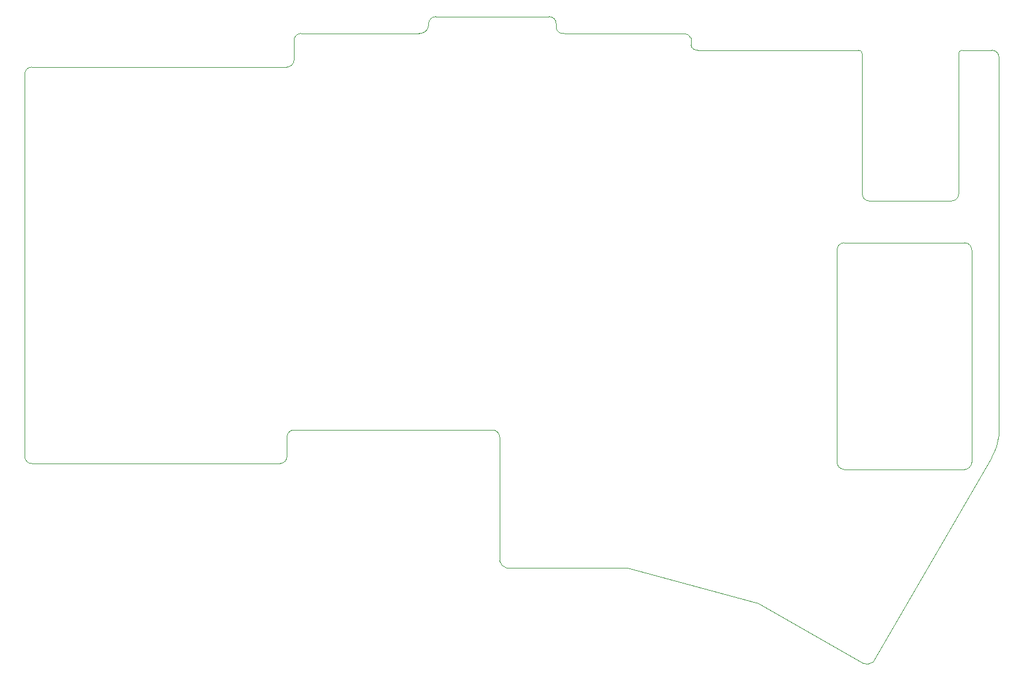
<source format=gm1>
%TF.GenerationSoftware,KiCad,Pcbnew,8.0.5*%
%TF.CreationDate,2024-10-09T02:00:45+03:00*%
%TF.ProjectId,1_3,315f332e-6b69-4636-9164-5f7063625858,rev?*%
%TF.SameCoordinates,Original*%
%TF.FileFunction,Profile,NP*%
%FSLAX46Y46*%
G04 Gerber Fmt 4.6, Leading zero omitted, Abs format (unit mm)*
G04 Created by KiCad (PCBNEW 8.0.5) date 2024-10-09 02:00:45*
%MOMM*%
%LPD*%
G01*
G04 APERTURE LIST*
%TA.AperFunction,Profile*%
%ADD10C,0.120000*%
%TD*%
G04 APERTURE END LIST*
D10*
X211963000Y-55616046D02*
X207800000Y-55616046D01*
X113500000Y-54240978D02*
G75*
G02*
X114500000Y-53241000I1000000J-22D01*
G01*
X211963012Y-55615978D02*
G75*
G02*
X213000036Y-56615977I-12J-1037722D01*
G01*
X112500000Y-112983849D02*
G75*
G02*
X111500000Y-113983900I-1000000J-51D01*
G01*
X111500000Y-113983849D02*
X76500000Y-113990978D01*
X170508049Y-55618933D02*
G75*
G02*
X169499966Y-54900007I-105049J918933D01*
G01*
X178980000Y-133700970D02*
X160600000Y-128740970D01*
X141500000Y-109240986D02*
G75*
G02*
X142500014Y-110240986I0J-1000014D01*
G01*
X132500000Y-51911251D02*
G75*
G02*
X133500000Y-50878748I1001900J30151D01*
G01*
X213000000Y-56615978D02*
X213000000Y-109982000D01*
X151648500Y-53258887D02*
X168500000Y-53258887D01*
X195200000Y-142016509D02*
G75*
G02*
X193799979Y-142200045I-845300J1016509D01*
G01*
X142500000Y-127700000D02*
X142500000Y-110240986D01*
X193800000Y-142200000D02*
X178980000Y-133700970D01*
X168500000Y-53258887D02*
G75*
G02*
X169500015Y-53899994I36200J-1044013D01*
G01*
X114500000Y-53240978D02*
X131163500Y-53247478D01*
X170508049Y-55618934D02*
X193200000Y-55616046D01*
X75500000Y-58990978D02*
G75*
G02*
X76500000Y-57991000I1000000J-22D01*
G01*
X211963000Y-113157000D02*
X195200000Y-142016509D01*
X112500000Y-110240903D02*
G75*
G02*
X113500000Y-109240900I1000100J-97D01*
G01*
X151648500Y-53258887D02*
G75*
G02*
X150500028Y-52511869I-200700J947787D01*
G01*
X75500000Y-112990978D02*
X75500000Y-58990978D01*
X143500000Y-128740708D02*
G75*
G02*
X142499994Y-127700002I401300J1386408D01*
G01*
X133500000Y-50878790D02*
X149500000Y-50881690D01*
X113500000Y-56990948D02*
G75*
G02*
X112500000Y-57990900I-999900J-52D01*
G01*
X169500000Y-54900000D02*
X169500000Y-53900000D01*
X112500000Y-112983849D02*
X112500000Y-110240903D01*
X149500000Y-50881690D02*
G75*
G02*
X150500010Y-51883355I-800J-1000810D01*
G01*
X76500000Y-113990978D02*
G75*
G02*
X75500022Y-112990978I0J999978D01*
G01*
X76500000Y-57990978D02*
X112500000Y-57990978D01*
X160600000Y-128740970D02*
X143500000Y-128740708D01*
X132500000Y-51911251D02*
G75*
G02*
X131163500Y-53247477I-1229254J-106994D01*
G01*
X150500000Y-51883355D02*
X150500000Y-52511875D01*
X141500000Y-109240986D02*
X113500000Y-109240986D01*
X113500000Y-56990948D02*
X113500000Y-54240978D01*
X213000000Y-109982000D02*
G75*
G02*
X211962989Y-113156993I-7260000J614400D01*
G01*
X190144000Y-113806000D02*
X190144000Y-83806000D01*
X191144000Y-82806000D02*
X208144000Y-82806000D01*
X208144000Y-114806000D02*
X191144000Y-114806000D01*
X209144000Y-83806000D02*
X209144000Y-113806000D01*
X190144000Y-83806000D02*
G75*
G02*
X191144000Y-82806000I1000050J-50D01*
G01*
X191144000Y-114806000D02*
G75*
G02*
X190144000Y-113806000I23J1000023D01*
G01*
X208144000Y-82806000D02*
G75*
G02*
X209144000Y-83806000I0J-1000000D01*
G01*
X209144000Y-113806000D02*
G75*
G02*
X208144000Y-114806000I-999950J-50D01*
G01*
X193700000Y-56116046D02*
X193700000Y-75916046D01*
X194700000Y-76916046D02*
X206300000Y-76916046D01*
X207300000Y-75916046D02*
X207300000Y-56116046D01*
X193200000Y-55616046D02*
G75*
G02*
X193700000Y-56116046I0J-500000D01*
G01*
X194700000Y-76916046D02*
G75*
G02*
X193700000Y-75916046I0J1000000D01*
G01*
X207300000Y-56116046D02*
G75*
G02*
X207800000Y-55616046I499998J2D01*
G01*
X207300000Y-75916046D02*
G75*
G02*
X206300000Y-76916046I-999999J-1D01*
G01*
M02*

</source>
